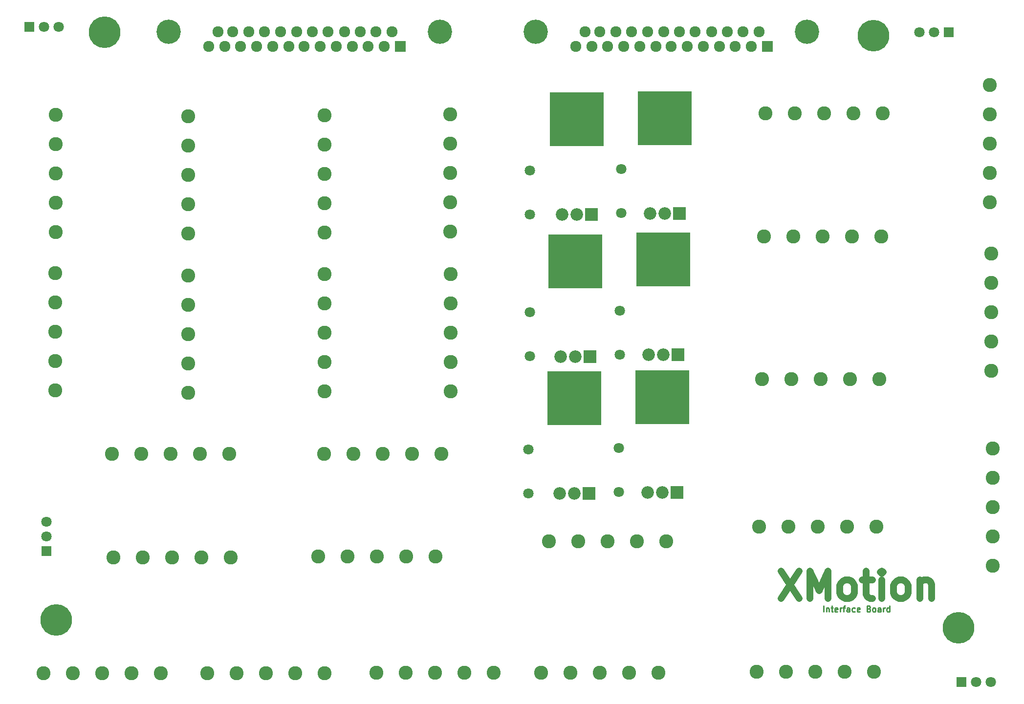
<source format=gbr>
G04 #@! TF.FileFunction,Soldermask,Top*
%FSLAX46Y46*%
G04 Gerber Fmt 4.6, Leading zero omitted, Abs format (unit mm)*
G04 Created by KiCad (PCBNEW 4.0.4-stable) date Fri Sep  1 12:38:30 2017*
%MOMM*%
%LPD*%
G01*
G04 APERTURE LIST*
%ADD10C,0.100000*%
%ADD11C,0.254000*%
%ADD12C,1.190625*%
%ADD13R,2.178000X2.178000*%
%ADD14C,2.178000*%
%ADD15R,9.290000X9.290000*%
%ADD16C,4.210000*%
%ADD17C,1.924000*%
%ADD18R,1.924000X1.924000*%
%ADD19R,1.797000X1.797000*%
%ADD20C,1.797000*%
%ADD21C,2.432000*%
%ADD22C,5.480000*%
G04 APERTURE END LIST*
D10*
D11*
X275291049Y-158459619D02*
X275291049Y-157443619D01*
X275774859Y-157782286D02*
X275774859Y-158459619D01*
X275774859Y-157879048D02*
X275823240Y-157830667D01*
X275920002Y-157782286D01*
X276065144Y-157782286D01*
X276161906Y-157830667D01*
X276210287Y-157927429D01*
X276210287Y-158459619D01*
X276548954Y-157782286D02*
X276936002Y-157782286D01*
X276694097Y-157443619D02*
X276694097Y-158314476D01*
X276742478Y-158411238D01*
X276839240Y-158459619D01*
X276936002Y-158459619D01*
X277661715Y-158411238D02*
X277564953Y-158459619D01*
X277371430Y-158459619D01*
X277274668Y-158411238D01*
X277226287Y-158314476D01*
X277226287Y-157927429D01*
X277274668Y-157830667D01*
X277371430Y-157782286D01*
X277564953Y-157782286D01*
X277661715Y-157830667D01*
X277710096Y-157927429D01*
X277710096Y-158024190D01*
X277226287Y-158120952D01*
X278145525Y-158459619D02*
X278145525Y-157782286D01*
X278145525Y-157975810D02*
X278193906Y-157879048D01*
X278242287Y-157830667D01*
X278339049Y-157782286D01*
X278435810Y-157782286D01*
X278629334Y-157782286D02*
X279016382Y-157782286D01*
X278774477Y-158459619D02*
X278774477Y-157588762D01*
X278822858Y-157492000D01*
X278919620Y-157443619D01*
X279016382Y-157443619D01*
X279790476Y-158459619D02*
X279790476Y-157927429D01*
X279742095Y-157830667D01*
X279645333Y-157782286D01*
X279451810Y-157782286D01*
X279355048Y-157830667D01*
X279790476Y-158411238D02*
X279693714Y-158459619D01*
X279451810Y-158459619D01*
X279355048Y-158411238D01*
X279306667Y-158314476D01*
X279306667Y-158217714D01*
X279355048Y-158120952D01*
X279451810Y-158072571D01*
X279693714Y-158072571D01*
X279790476Y-158024190D01*
X280709714Y-158411238D02*
X280612952Y-158459619D01*
X280419429Y-158459619D01*
X280322667Y-158411238D01*
X280274286Y-158362857D01*
X280225905Y-158266095D01*
X280225905Y-157975810D01*
X280274286Y-157879048D01*
X280322667Y-157830667D01*
X280419429Y-157782286D01*
X280612952Y-157782286D01*
X280709714Y-157830667D01*
X281532190Y-158411238D02*
X281435428Y-158459619D01*
X281241905Y-158459619D01*
X281145143Y-158411238D01*
X281096762Y-158314476D01*
X281096762Y-157927429D01*
X281145143Y-157830667D01*
X281241905Y-157782286D01*
X281435428Y-157782286D01*
X281532190Y-157830667D01*
X281580571Y-157927429D01*
X281580571Y-158024190D01*
X281096762Y-158120952D01*
X283128761Y-157927429D02*
X283273904Y-157975810D01*
X283322285Y-158024190D01*
X283370666Y-158120952D01*
X283370666Y-158266095D01*
X283322285Y-158362857D01*
X283273904Y-158411238D01*
X283177142Y-158459619D01*
X282790095Y-158459619D01*
X282790095Y-157443619D01*
X283128761Y-157443619D01*
X283225523Y-157492000D01*
X283273904Y-157540381D01*
X283322285Y-157637143D01*
X283322285Y-157733905D01*
X283273904Y-157830667D01*
X283225523Y-157879048D01*
X283128761Y-157927429D01*
X282790095Y-157927429D01*
X283951238Y-158459619D02*
X283854476Y-158411238D01*
X283806095Y-158362857D01*
X283757714Y-158266095D01*
X283757714Y-157975810D01*
X283806095Y-157879048D01*
X283854476Y-157830667D01*
X283951238Y-157782286D01*
X284096380Y-157782286D01*
X284193142Y-157830667D01*
X284241523Y-157879048D01*
X284289904Y-157975810D01*
X284289904Y-158266095D01*
X284241523Y-158362857D01*
X284193142Y-158411238D01*
X284096380Y-158459619D01*
X283951238Y-158459619D01*
X285160761Y-158459619D02*
X285160761Y-157927429D01*
X285112380Y-157830667D01*
X285015618Y-157782286D01*
X284822095Y-157782286D01*
X284725333Y-157830667D01*
X285160761Y-158411238D02*
X285063999Y-158459619D01*
X284822095Y-158459619D01*
X284725333Y-158411238D01*
X284676952Y-158314476D01*
X284676952Y-158217714D01*
X284725333Y-158120952D01*
X284822095Y-158072571D01*
X285063999Y-158072571D01*
X285160761Y-158024190D01*
X285644571Y-158459619D02*
X285644571Y-157782286D01*
X285644571Y-157975810D02*
X285692952Y-157879048D01*
X285741333Y-157830667D01*
X285838095Y-157782286D01*
X285934856Y-157782286D01*
X286708951Y-158459619D02*
X286708951Y-157443619D01*
X286708951Y-158411238D02*
X286612189Y-158459619D01*
X286418666Y-158459619D01*
X286321904Y-158411238D01*
X286273523Y-158362857D01*
X286225142Y-158266095D01*
X286225142Y-157975810D01*
X286273523Y-157879048D01*
X286321904Y-157830667D01*
X286418666Y-157782286D01*
X286612189Y-157782286D01*
X286708951Y-157830667D01*
D12*
X267918750Y-151391964D02*
X271093750Y-156154464D01*
X271093750Y-151391964D02*
X267918750Y-156154464D01*
X272908036Y-156154464D02*
X272908036Y-151391964D01*
X274495536Y-154793750D01*
X276083036Y-151391964D01*
X276083036Y-156154464D01*
X279031250Y-156154464D02*
X278577678Y-155927679D01*
X278350893Y-155700893D01*
X278124107Y-155247321D01*
X278124107Y-153886607D01*
X278350893Y-153433036D01*
X278577678Y-153206250D01*
X279031250Y-152979464D01*
X279711607Y-152979464D01*
X280165178Y-153206250D01*
X280391964Y-153433036D01*
X280618750Y-153886607D01*
X280618750Y-155247321D01*
X280391964Y-155700893D01*
X280165178Y-155927679D01*
X279711607Y-156154464D01*
X279031250Y-156154464D01*
X281979464Y-152979464D02*
X283793750Y-152979464D01*
X282659822Y-151391964D02*
X282659822Y-155474107D01*
X282886607Y-155927679D01*
X283340179Y-156154464D01*
X283793750Y-156154464D01*
X285381251Y-156154464D02*
X285381251Y-152979464D01*
X285381251Y-151391964D02*
X285154465Y-151618750D01*
X285381251Y-151845536D01*
X285608036Y-151618750D01*
X285381251Y-151391964D01*
X285381251Y-151845536D01*
X288329465Y-156154464D02*
X287875893Y-155927679D01*
X287649108Y-155700893D01*
X287422322Y-155247321D01*
X287422322Y-153886607D01*
X287649108Y-153433036D01*
X287875893Y-153206250D01*
X288329465Y-152979464D01*
X289009822Y-152979464D01*
X289463393Y-153206250D01*
X289690179Y-153433036D01*
X289916965Y-153886607D01*
X289916965Y-155247321D01*
X289690179Y-155700893D01*
X289463393Y-155927679D01*
X289009822Y-156154464D01*
X288329465Y-156154464D01*
X291958037Y-152979464D02*
X291958037Y-156154464D01*
X291958037Y-153433036D02*
X292184822Y-153206250D01*
X292638394Y-152979464D01*
X293318751Y-152979464D01*
X293772322Y-153206250D01*
X293999108Y-153659821D01*
X293999108Y-156154464D01*
D13*
X250322080Y-89471500D03*
D14*
X245242080Y-89471500D03*
X247782080Y-89471500D03*
D15*
X247782080Y-72961500D03*
D16*
X208805780Y-57919620D03*
X161815780Y-57919620D03*
D17*
X168800780Y-60459620D03*
X171594780Y-60459620D03*
X174261780Y-60459620D03*
X177055780Y-60459620D03*
X179849780Y-60459620D03*
X182643780Y-60459620D03*
X185310780Y-60459620D03*
X188104780Y-60459620D03*
X190898780Y-60459620D03*
X193692780Y-60459620D03*
X196359780Y-60459620D03*
X199153780Y-60459620D03*
D18*
X201947780Y-60459620D03*
D17*
X170375580Y-57919620D03*
X172915580Y-57919620D03*
X175709580Y-57919620D03*
X178452780Y-57919620D03*
X181195980Y-57919620D03*
X183989980Y-57919620D03*
X186733180Y-57919620D03*
X189476380Y-57919620D03*
X192321180Y-57919620D03*
X195013580Y-57919620D03*
X197756780Y-57919620D03*
X200550780Y-57919620D03*
D16*
X272381980Y-57945020D03*
X225391980Y-57945020D03*
D17*
X232376980Y-60485020D03*
X235170980Y-60485020D03*
X237837980Y-60485020D03*
X240631980Y-60485020D03*
X243425980Y-60485020D03*
X246219980Y-60485020D03*
X248886980Y-60485020D03*
X251680980Y-60485020D03*
X254474980Y-60485020D03*
X257268980Y-60485020D03*
X259935980Y-60485020D03*
X262729980Y-60485020D03*
D18*
X265523980Y-60485020D03*
D17*
X233951780Y-57945020D03*
X236491780Y-57945020D03*
X239285780Y-57945020D03*
X242028980Y-57945020D03*
X244772180Y-57945020D03*
X247566180Y-57945020D03*
X250309380Y-57945020D03*
X253052580Y-57945020D03*
X255897380Y-57945020D03*
X258589780Y-57945020D03*
X261332980Y-57945020D03*
X264126980Y-57945020D03*
D19*
X137750000Y-57060000D03*
D20*
X140290000Y-57060000D03*
X142830000Y-57060000D03*
D19*
X296951400Y-58059320D03*
D20*
X294411400Y-58059320D03*
X291871400Y-58059320D03*
D19*
X140640000Y-147920000D03*
D20*
X140640000Y-145380000D03*
X140640000Y-142840000D03*
D19*
X299150000Y-170640000D03*
D20*
X301690000Y-170640000D03*
X304230000Y-170640000D03*
D21*
X264949580Y-93441760D03*
X270029580Y-93441760D03*
X275109580Y-93441760D03*
X280189580Y-93441760D03*
X285269580Y-93441760D03*
X264640320Y-118163780D03*
X269720320Y-118163780D03*
X274800320Y-118163780D03*
X279880320Y-118163780D03*
X284960320Y-118163780D03*
X264104800Y-143671720D03*
X269184800Y-143671720D03*
X274264800Y-143671720D03*
X279344800Y-143671720D03*
X284424800Y-143671720D03*
X263728900Y-168838660D03*
X268808900Y-168838660D03*
X273888900Y-168838660D03*
X278968900Y-168838660D03*
X284048900Y-168838660D03*
X160489000Y-169102540D03*
X155409000Y-169102540D03*
X150329000Y-169102540D03*
X145249000Y-169102540D03*
X140169000Y-169102540D03*
X142187880Y-99792860D03*
X142187880Y-104872860D03*
X142187880Y-109952860D03*
X142187880Y-115032860D03*
X142187880Y-120112860D03*
X188848100Y-169089840D03*
X183768100Y-169089840D03*
X178688100Y-169089840D03*
X173608100Y-169089840D03*
X168528100Y-169089840D03*
X142297100Y-72327840D03*
X142297100Y-77407840D03*
X142297100Y-82487840D03*
X142297100Y-87567840D03*
X142297100Y-92647840D03*
X218171440Y-169033640D03*
X213091440Y-169033640D03*
X208011440Y-169033640D03*
X202931440Y-169033640D03*
X197851440Y-169033640D03*
X165228220Y-100183680D03*
X165228220Y-105263680D03*
X165228220Y-110343680D03*
X165228220Y-115423680D03*
X165228220Y-120503680D03*
X246672780Y-169018400D03*
X241592780Y-169018400D03*
X236512780Y-169018400D03*
X231432780Y-169018400D03*
X226352780Y-169018400D03*
X165228220Y-72617060D03*
X165228220Y-77697060D03*
X165228220Y-82777060D03*
X165228220Y-87857060D03*
X165228220Y-92937060D03*
X209053280Y-131058280D03*
X203973280Y-131058280D03*
X198893280Y-131058280D03*
X193813280Y-131058280D03*
X188733280Y-131058280D03*
X188825000Y-99925600D03*
X188825000Y-105005600D03*
X188825000Y-110085600D03*
X188825000Y-115165600D03*
X188825000Y-120245600D03*
X172351520Y-131101640D03*
X167271520Y-131101640D03*
X162191520Y-131101640D03*
X157111520Y-131101640D03*
X152031520Y-131101640D03*
X188825000Y-72437720D03*
X188825000Y-77517720D03*
X188825000Y-82597720D03*
X188825000Y-87677720D03*
X188825000Y-92757720D03*
X208098480Y-148898600D03*
X203018480Y-148898600D03*
X197938480Y-148898600D03*
X192858480Y-148898600D03*
X187778480Y-148898600D03*
X172573240Y-149052720D03*
X167493240Y-149052720D03*
X162413240Y-149052720D03*
X157333240Y-149052720D03*
X152253240Y-149052720D03*
X210690320Y-99948640D03*
X210690320Y-105028640D03*
X210690320Y-110108640D03*
X210690320Y-115188640D03*
X210690320Y-120268640D03*
X210647140Y-72282960D03*
X210647140Y-77362960D03*
X210647140Y-82442960D03*
X210647140Y-87522960D03*
X210647140Y-92602960D03*
X227744420Y-146258920D03*
X232824420Y-146258920D03*
X237904420Y-146258920D03*
X242984420Y-146258920D03*
X248064420Y-146258920D03*
X265199220Y-72088400D03*
X270279220Y-72088400D03*
X275359220Y-72088400D03*
X280439220Y-72088400D03*
X285519220Y-72088400D03*
X304370740Y-116718080D03*
X304370740Y-111638080D03*
X304370740Y-106558080D03*
X304370740Y-101478080D03*
X304370740Y-96398080D03*
X304114200Y-87457280D03*
X304114200Y-82377280D03*
X304114200Y-77297280D03*
X304114200Y-72217280D03*
X304114200Y-67137280D03*
X304555740Y-150495800D03*
X304555740Y-145415800D03*
X304555740Y-140335800D03*
X304555740Y-135255800D03*
X304555740Y-130175800D03*
D20*
X224426780Y-89578180D03*
X224426780Y-81958180D03*
X240197640Y-89385140D03*
X240197640Y-81765140D03*
X224439480Y-114180620D03*
X224439480Y-106560620D03*
X239963960Y-113903760D03*
X239963960Y-106283760D03*
X224170240Y-137962640D03*
X224170240Y-130342640D03*
X239793780Y-137662920D03*
X239793780Y-130042920D03*
D13*
X235033820Y-89618820D03*
D14*
X229953820Y-89618820D03*
X232493820Y-89618820D03*
D15*
X232493820Y-73108820D03*
D13*
X234833160Y-114259360D03*
D14*
X229753160Y-114259360D03*
X232293160Y-114259360D03*
D15*
X232293160Y-97749360D03*
D13*
X250022360Y-113919000D03*
D14*
X244942360Y-113919000D03*
X247482360Y-113919000D03*
D15*
X247482360Y-97409000D03*
D13*
X234665520Y-137985500D03*
D14*
X229585520Y-137985500D03*
X232125520Y-137985500D03*
D15*
X232125520Y-121475500D03*
D13*
X249887740Y-137744200D03*
D14*
X244807740Y-137744200D03*
X247347740Y-137744200D03*
D15*
X247347740Y-121234200D03*
D22*
X150779480Y-58028840D03*
X283916120Y-58595260D03*
X142380000Y-159870000D03*
X298640500Y-161216340D03*
M02*

</source>
